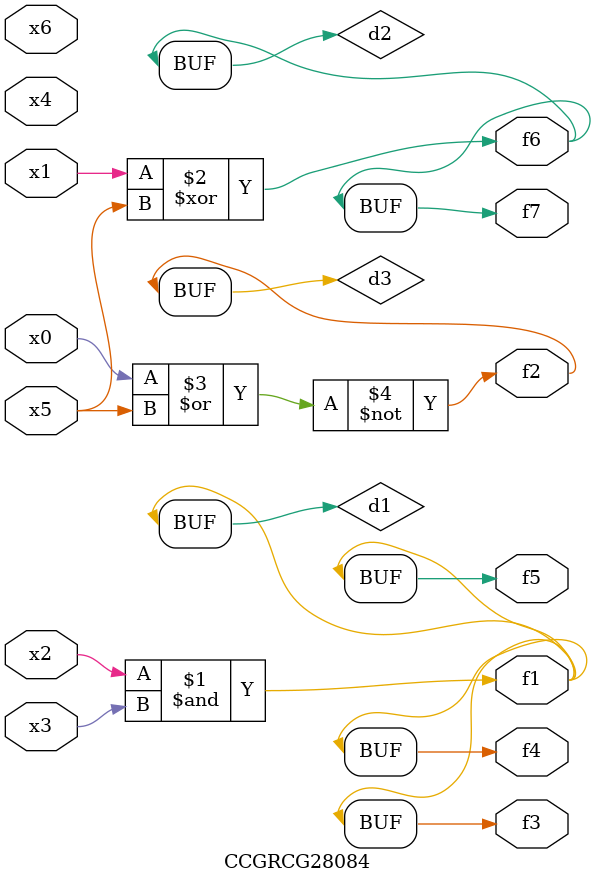
<source format=v>
module CCGRCG28084(
	input x0, x1, x2, x3, x4, x5, x6,
	output f1, f2, f3, f4, f5, f6, f7
);

	wire d1, d2, d3;

	and (d1, x2, x3);
	xor (d2, x1, x5);
	nor (d3, x0, x5);
	assign f1 = d1;
	assign f2 = d3;
	assign f3 = d1;
	assign f4 = d1;
	assign f5 = d1;
	assign f6 = d2;
	assign f7 = d2;
endmodule

</source>
